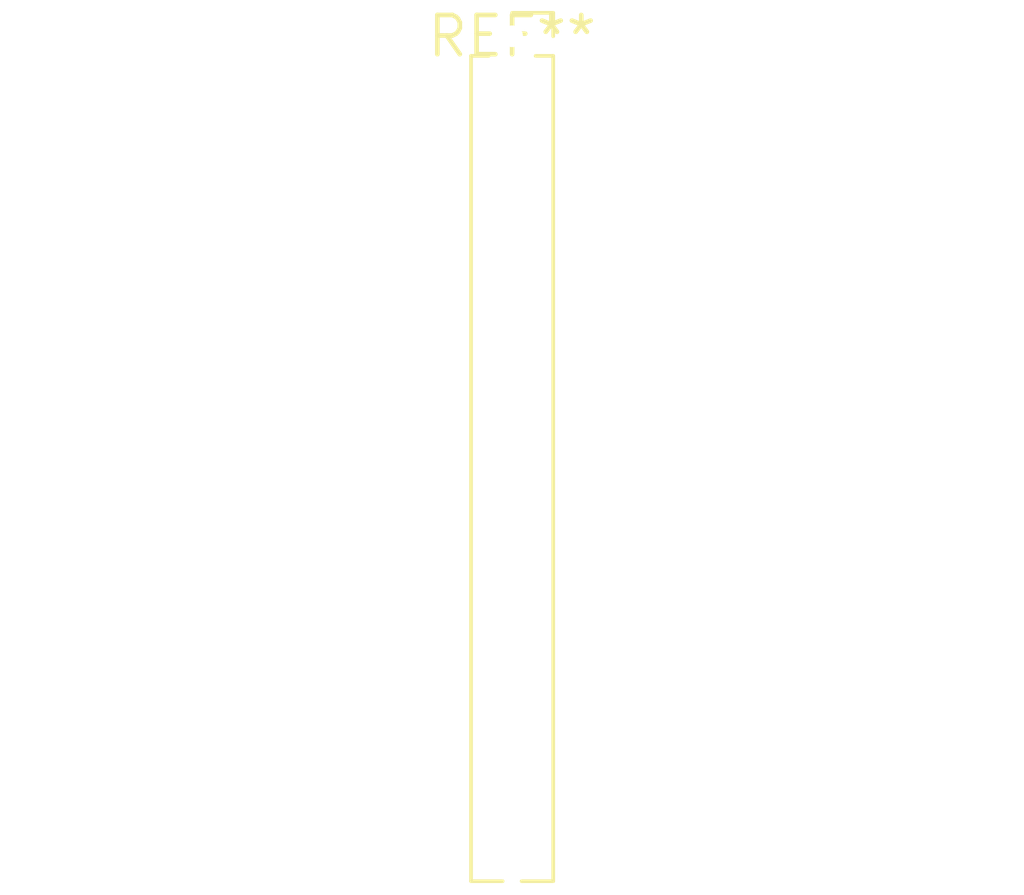
<source format=kicad_pcb>
(kicad_pcb (version 20240108) (generator pcbnew)
  (layers (0 "F.Cu" signal) (31 "B.Cu" signal) (34 "B.Paste" user) (35 "F.Paste" user) (36 "B.SilkS" user "B.Silkscreen") (37 "F.SilkS" user "F.Silkscreen") (38 "B.Mask" user) (39 "F.Mask" user) (44 "Edge.Cuts" user))
  (net 0 "")
  (footprint "PinSocket_1x22_P1.27mm_Vertical" (layer "F.Cu") (at 0 0)
    (property "Reference" "REF**")
    (property "Value" "PinSocket_1x22_P1.27mm_Vertical")
    (fp_line (start -1.33 0.635) (end -1.33 27.365) (layer "F.SilkS") (stroke (width 0.12)))
    (fp_line (start -1.33 0.635) (end -0.76 0.635) (layer "F.SilkS") (stroke (width 0.12)))
    (fp_line (start -1.33 27.365) (end -0.30753 27.365) (layer "F.SilkS") (stroke (width 0.12)))
    (fp_line (start 0 -0.76) (end 1.33 -0.76) (layer "F.SilkS") (stroke (width 0.12)))
    (fp_line (start 0.30753 27.365) (end 1.33 27.365) (layer "F.SilkS") (stroke (width 0.12)))
    (fp_line (start 0.76 0.635) (end 1.33 0.635) (layer "F.SilkS") (stroke (width 0.12)))
    (fp_line (start 1.33 -0.76) (end 1.33 0) (layer "F.SilkS") (stroke (width 0.12)))
    (fp_line (start 1.33 0.635) (end 1.33 27.365) (layer "F.SilkS") (stroke (width 0.12)))
    (pad "1" thru_hole rect (at 0 0) (size 1 1) (drill 0.7) (layers *.Cu *.Mask) (remove_unused_layers))
    (pad "2" thru_hole oval (at 0 1.27) (size 1 1) (drill 0.7) (layers *.Cu *.Mask) (remove_unused_layers))
    (pad "3" thru_hole oval (at 0 2.54) (size 1 1) (drill 0.7) (layers *.Cu *.Mask) (remove_unused_layers))
    (pad "4" thru_hole oval (at 0 3.81) (size 1 1) (drill 0.7) (layers *.Cu *.Mask) (remove_unused_layers))
    (pad "5" thru_hole oval (at 0 5.08) (size 1 1) (drill 0.7) (layers *.Cu *.Mask) (remove_unused_layers))
    (pad "6" thru_hole oval (at 0 6.35) (size 1 1) (drill 0.7) (layers *.Cu *.Mask) (remove_unused_layers))
    (pad "7" thru_hole oval (at 0 7.62) (size 1 1) (drill 0.7) (layers *.Cu *.Mask) (remove_unused_layers))
    (pad "8" thru_hole oval (at 0 8.89) (size 1 1) (drill 0.7) (layers *.Cu *.Mask) (remove_unused_layers))
    (pad "9" thru_hole oval (at 0 10.16) (size 1 1) (drill 0.7) (layers *.Cu *.Mask) (remove_unused_layers))
    (pad "10" thru_hole oval (at 0 11.43) (size 1 1) (drill 0.7) (layers *.Cu *.Mask) (remove_unused_layers))
    (pad "11" thru_hole oval (at 0 12.7) (size 1 1) (drill 0.7) (layers *.Cu *.Mask) (remove_unused_layers))
    (pad "12" thru_hole oval (at 0 13.97) (size 1 1) (drill 0.7) (layers *.Cu *.Mask) (remove_unused_layers))
    (pad "13" thru_hole oval (at 0 15.24) (size 1 1) (drill 0.7) (layers *.Cu *.Mask) (remove_unused_layers))
    (pad "14" thru_hole oval (at 0 16.51) (size 1 1) (drill 0.7) (layers *.Cu *.Mask) (remove_unused_layers))
    (pad "15" thru_hole oval (at 0 17.78) (size 1 1) (drill 0.7) (layers *.Cu *.Mask) (remove_unused_layers))
    (pad "16" thru_hole oval (at 0 19.05) (size 1 1) (drill 0.7) (layers *.Cu *.Mask) (remove_unused_layers))
    (pad "17" thru_hole oval (at 0 20.32) (size 1 1) (drill 0.7) (layers *.Cu *.Mask) (remove_unused_layers))
    (pad "18" thru_hole oval (at 0 21.59) (size 1 1) (drill 0.7) (layers *.Cu *.Mask) (remove_unused_layers))
    (pad "19" thru_hole oval (at 0 22.86) (size 1 1) (drill 0.7) (layers *.Cu *.Mask) (remove_unused_layers))
    (pad "20" thru_hole oval (at 0 24.13) (size 1 1) (drill 0.7) (layers *.Cu *.Mask) (remove_unused_layers))
    (pad "21" thru_hole oval (at 0 25.4) (size 1 1) (drill 0.7) (layers *.Cu *.Mask) (remove_unused_layers))
    (pad "22" thru_hole oval (at 0 26.67) (size 1 1) (drill 0.7) (layers *.Cu *.Mask) (remove_unused_layers))
  )
)
</source>
